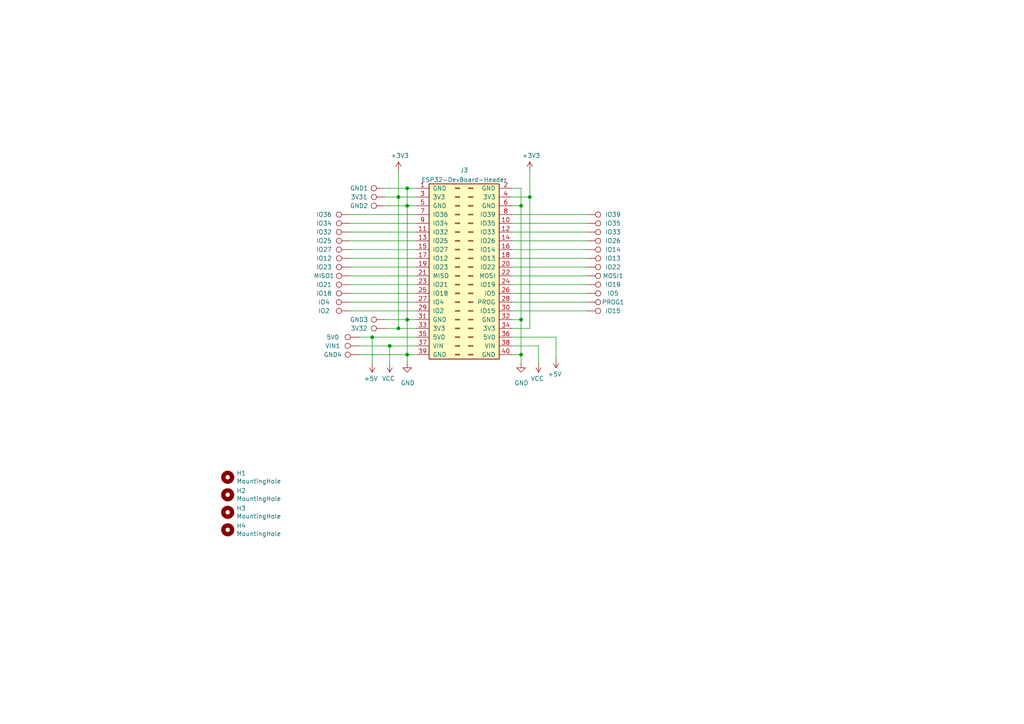
<source format=kicad_sch>
(kicad_sch (version 20211123) (generator eeschema)

  (uuid 7c04618d-9115-4179-b234-a8faf854ea92)

  (paper "A4")

  (lib_symbols
    (symbol "Connector:TestPoint" (pin_numbers hide) (pin_names (offset 0.762) hide) (in_bom yes) (on_board yes)
      (property "Reference" "TP" (id 0) (at 0 6.858 0)
        (effects (font (size 1.27 1.27)))
      )
      (property "Value" "TestPoint" (id 1) (at 0 5.08 0)
        (effects (font (size 1.27 1.27)))
      )
      (property "Footprint" "TestPoint:TestPoint_Bridge_Pitch2.54mm_Drill1.0mm" (id 2) (at 5.08 0 0)
        (effects (font (size 1.27 1.27)) hide)
      )
      (property "Datasheet" "~" (id 3) (at 5.08 0 0)
        (effects (font (size 1.27 1.27)) hide)
      )
      (property "ki_keywords" "test point tp" (id 4) (at 0 0 0)
        (effects (font (size 1.27 1.27)) hide)
      )
      (property "ki_description" "test point" (id 5) (at 0 0 0)
        (effects (font (size 1.27 1.27)) hide)
      )
      (property "ki_fp_filters" "Pin* Test*" (id 6) (at 0 0 0)
        (effects (font (size 1.27 1.27)) hide)
      )
      (symbol "TestPoint_0_1"
        (circle (center 0 3.302) (radius 0.762)
          (stroke (width 0) (type default) (color 0 0 0 0))
          (fill (type none))
        )
      )
      (symbol "TestPoint_1_1"
        (pin passive line (at 0 0 90) (length 2.54)
          (name "1" (effects (font (size 1.27 1.27))))
          (number "1" (effects (font (size 1.27 1.27))))
        )
      )
    )
    (symbol "Mechanical:MountingHole" (pin_names (offset 1.016)) (in_bom yes) (on_board yes)
      (property "Reference" "H" (id 0) (at 0 5.08 0)
        (effects (font (size 1.27 1.27)))
      )
      (property "Value" "MountingHole" (id 1) (at 0 3.175 0)
        (effects (font (size 1.27 1.27)))
      )
      (property "Footprint" "TestPoint:TestPoint_Bridge_Pitch2.54mm_Drill1.0mm" (id 2) (at 0 0 0)
        (effects (font (size 1.27 1.27)) hide)
      )
      (property "Datasheet" "~" (id 3) (at 0 0 0)
        (effects (font (size 1.27 1.27)) hide)
      )
      (property "ki_keywords" "mounting hole" (id 4) (at 0 0 0)
        (effects (font (size 1.27 1.27)) hide)
      )
      (property "ki_description" "Mounting Hole without connection" (id 5) (at 0 0 0)
        (effects (font (size 1.27 1.27)) hide)
      )
      (property "ki_fp_filters" "MountingHole*" (id 6) (at 0 0 0)
        (effects (font (size 1.27 1.27)) hide)
      )
      (symbol "MountingHole_0_1"
        (circle (center 0 0) (radius 1.27)
          (stroke (width 1.27) (type default) (color 0 0 0 0))
          (fill (type none))
        )
      )
    )
    (symbol "connectors:ESP32-DevBoard-Header" (pin_names (offset 1.016)) (in_bom yes) (on_board yes)
      (property "Reference" "J" (id 0) (at 1.27 25.4 0)
        (effects (font (size 1.27 1.27)))
      )
      (property "Value" "ESP32-DevBoard-Header" (id 1) (at 1.27 -27.94 0)
        (effects (font (size 1.27 1.27)))
      )
      (property "Footprint" "TestPoint:TestPoint_Bridge_Pitch2.54mm_Drill1.0mm" (id 2) (at 0 0 0)
        (effects (font (size 1.27 1.27)) hide)
      )
      (property "Datasheet" "~" (id 3) (at 0 0 0)
        (effects (font (size 1.27 1.27)) hide)
      )
      (property "ki_keywords" "connector" (id 4) (at 0 0 0)
        (effects (font (size 1.27 1.27)) hide)
      )
      (property "ki_description" "2 x 20 header for ESP32 DevBoard" (id 5) (at 0 0 0)
        (effects (font (size 1.27 1.27)) hide)
      )
      (property "ki_fp_filters" "Connector*:*_2x??_*" (id 6) (at 0 0 0)
        (effects (font (size 1.27 1.27)) hide)
      )
      (symbol "ESP32-DevBoard-Header_1_1"
        (rectangle (start -8.89 24.13) (end 11.43 -26.67)
          (stroke (width 0.254) (type default) (color 0 0 0 0))
          (fill (type background))
        )
        (rectangle (start -1.27 -25.273) (end 0 -25.527)
          (stroke (width 0.1524) (type default) (color 0 0 0 0))
          (fill (type none))
        )
        (rectangle (start -1.27 -22.733) (end 0 -22.987)
          (stroke (width 0.1524) (type default) (color 0 0 0 0))
          (fill (type none))
        )
        (rectangle (start -1.27 -20.193) (end 0 -20.447)
          (stroke (width 0.1524) (type default) (color 0 0 0 0))
          (fill (type none))
        )
        (rectangle (start -1.27 -17.653) (end 0 -17.907)
          (stroke (width 0.1524) (type default) (color 0 0 0 0))
          (fill (type none))
        )
        (rectangle (start -1.27 -15.113) (end 0 -15.367)
          (stroke (width 0.1524) (type default) (color 0 0 0 0))
          (fill (type none))
        )
        (rectangle (start -1.27 -12.573) (end 0 -12.827)
          (stroke (width 0.1524) (type default) (color 0 0 0 0))
          (fill (type none))
        )
        (rectangle (start -1.27 -10.033) (end 0 -10.287)
          (stroke (width 0.1524) (type default) (color 0 0 0 0))
          (fill (type none))
        )
        (rectangle (start -1.27 -7.493) (end 0 -7.747)
          (stroke (width 0.1524) (type default) (color 0 0 0 0))
          (fill (type none))
        )
        (rectangle (start -1.27 -4.953) (end 0 -5.207)
          (stroke (width 0.1524) (type default) (color 0 0 0 0))
          (fill (type none))
        )
        (rectangle (start -1.27 -2.413) (end 0 -2.667)
          (stroke (width 0.1524) (type default) (color 0 0 0 0))
          (fill (type none))
        )
        (rectangle (start -1.27 0.127) (end 0 -0.127)
          (stroke (width 0.1524) (type default) (color 0 0 0 0))
          (fill (type none))
        )
        (rectangle (start -1.27 2.667) (end 0 2.413)
          (stroke (width 0.1524) (type default) (color 0 0 0 0))
          (fill (type none))
        )
        (rectangle (start -1.27 5.207) (end 0 4.953)
          (stroke (width 0.1524) (type default) (color 0 0 0 0))
          (fill (type none))
        )
        (rectangle (start -1.27 7.747) (end 0 7.493)
          (stroke (width 0.1524) (type default) (color 0 0 0 0))
          (fill (type none))
        )
        (rectangle (start -1.27 10.287) (end 0 10.033)
          (stroke (width 0.1524) (type default) (color 0 0 0 0))
          (fill (type none))
        )
        (rectangle (start -1.27 12.827) (end 0 12.573)
          (stroke (width 0.1524) (type default) (color 0 0 0 0))
          (fill (type none))
        )
        (rectangle (start -1.27 15.367) (end 0 15.113)
          (stroke (width 0.1524) (type default) (color 0 0 0 0))
          (fill (type none))
        )
        (rectangle (start -1.27 17.907) (end 0 17.653)
          (stroke (width 0.1524) (type default) (color 0 0 0 0))
          (fill (type none))
        )
        (rectangle (start -1.27 20.447) (end 0 20.193)
          (stroke (width 0.1524) (type default) (color 0 0 0 0))
          (fill (type none))
        )
        (rectangle (start -1.27 22.987) (end 0 22.733)
          (stroke (width 0.1524) (type default) (color 0 0 0 0))
          (fill (type none))
        )
        (rectangle (start 3.81 -25.273) (end 2.54 -25.527)
          (stroke (width 0.1524) (type default) (color 0 0 0 0))
          (fill (type none))
        )
        (rectangle (start 3.81 -22.733) (end 2.54 -22.987)
          (stroke (width 0.1524) (type default) (color 0 0 0 0))
          (fill (type none))
        )
        (rectangle (start 3.81 -20.193) (end 2.54 -20.447)
          (stroke (width 0.1524) (type default) (color 0 0 0 0))
          (fill (type none))
        )
        (rectangle (start 3.81 -17.653) (end 2.54 -17.907)
          (stroke (width 0.1524) (type default) (color 0 0 0 0))
          (fill (type none))
        )
        (rectangle (start 3.81 -15.113) (end 2.54 -15.367)
          (stroke (width 0.1524) (type default) (color 0 0 0 0))
          (fill (type none))
        )
        (rectangle (start 3.81 -12.573) (end 2.54 -12.827)
          (stroke (width 0.1524) (type default) (color 0 0 0 0))
          (fill (type none))
        )
        (rectangle (start 3.81 -10.033) (end 2.54 -10.287)
          (stroke (width 0.1524) (type default) (color 0 0 0 0))
          (fill (type none))
        )
        (rectangle (start 3.81 -7.493) (end 2.54 -7.747)
          (stroke (width 0.1524) (type default) (color 0 0 0 0))
          (fill (type none))
        )
        (rectangle (start 3.81 -4.953) (end 2.54 -5.207)
          (stroke (width 0.1524) (type default) (color 0 0 0 0))
          (fill (type none))
        )
        (rectangle (start 3.81 -2.413) (end 2.54 -2.667)
          (stroke (width 0.1524) (type default) (color 0 0 0 0))
          (fill (type none))
        )
        (rectangle (start 3.81 0.127) (end 2.54 -0.127)
          (stroke (width 0.1524) (type default) (color 0 0 0 0))
          (fill (type none))
        )
        (rectangle (start 3.81 2.667) (end 2.54 2.413)
          (stroke (width 0.1524) (type default) (color 0 0 0 0))
          (fill (type none))
        )
        (rectangle (start 3.81 5.207) (end 2.54 4.953)
          (stroke (width 0.1524) (type default) (color 0 0 0 0))
          (fill (type none))
        )
        (rectangle (start 3.81 7.747) (end 2.54 7.493)
          (stroke (width 0.1524) (type default) (color 0 0 0 0))
          (fill (type none))
        )
        (rectangle (start 3.81 10.287) (end 2.54 10.033)
          (stroke (width 0.1524) (type default) (color 0 0 0 0))
          (fill (type none))
        )
        (rectangle (start 3.81 12.827) (end 2.54 12.573)
          (stroke (width 0.1524) (type default) (color 0 0 0 0))
          (fill (type none))
        )
        (rectangle (start 3.81 15.367) (end 2.54 15.113)
          (stroke (width 0.1524) (type default) (color 0 0 0 0))
          (fill (type none))
        )
        (rectangle (start 3.81 17.907) (end 2.54 17.653)
          (stroke (width 0.1524) (type default) (color 0 0 0 0))
          (fill (type none))
        )
        (rectangle (start 3.81 20.447) (end 2.54 20.193)
          (stroke (width 0.1524) (type default) (color 0 0 0 0))
          (fill (type none))
        )
        (rectangle (start 3.81 22.987) (end 2.54 22.733)
          (stroke (width 0.1524) (type default) (color 0 0 0 0))
          (fill (type none))
        )
        (pin passive line (at -12.7 22.86 0) (length 3.81)
          (name "GND" (effects (font (size 1.27 1.27))))
          (number "1" (effects (font (size 1.27 1.27))))
        )
        (pin passive line (at 15.24 12.7 180) (length 3.81)
          (name "IO35" (effects (font (size 1.27 1.27))))
          (number "10" (effects (font (size 1.27 1.27))))
        )
        (pin passive line (at -12.7 10.16 0) (length 3.81)
          (name "IO32" (effects (font (size 1.27 1.27))))
          (number "11" (effects (font (size 1.27 1.27))))
        )
        (pin passive line (at 15.24 10.16 180) (length 3.81)
          (name "IO33" (effects (font (size 1.27 1.27))))
          (number "12" (effects (font (size 1.27 1.27))))
        )
        (pin passive line (at -12.7 7.62 0) (length 3.81)
          (name "IO25" (effects (font (size 1.27 1.27))))
          (number "13" (effects (font (size 1.27 1.27))))
        )
        (pin passive line (at 15.24 7.62 180) (length 3.81)
          (name "IO26" (effects (font (size 1.27 1.27))))
          (number "14" (effects (font (size 1.27 1.27))))
        )
        (pin passive line (at -12.7 5.08 0) (length 3.81)
          (name "IO27" (effects (font (size 1.27 1.27))))
          (number "15" (effects (font (size 1.27 1.27))))
        )
        (pin passive line (at 15.24 5.08 180) (length 3.81)
          (name "IO14" (effects (font (size 1.27 1.27))))
          (number "16" (effects (font (size 1.27 1.27))))
        )
        (pin passive line (at -12.7 2.54 0) (length 3.81)
          (name "IO12" (effects (font (size 1.27 1.27))))
          (number "17" (effects (font (size 1.27 1.27))))
        )
        (pin passive line (at 15.24 2.54 180) (length 3.81)
          (name "IO13" (effects (font (size 1.27 1.27))))
          (number "18" (effects (font (size 1.27 1.27))))
        )
        (pin passive line (at -12.7 0 0) (length 3.81)
          (name "IO23" (effects (font (size 1.27 1.27))))
          (number "19" (effects (font (size 1.27 1.27))))
        )
        (pin passive line (at 15.24 22.86 180) (length 3.81)
          (name "GND" (effects (font (size 1.27 1.27))))
          (number "2" (effects (font (size 1.27 1.27))))
        )
        (pin passive line (at 15.24 0 180) (length 3.81)
          (name "IO22" (effects (font (size 1.27 1.27))))
          (number "20" (effects (font (size 1.27 1.27))))
        )
        (pin passive line (at -12.7 -2.54 0) (length 3.81)
          (name "MISO" (effects (font (size 1.27 1.27))))
          (number "21" (effects (font (size 1.27 1.27))))
        )
        (pin passive line (at 15.24 -2.54 180) (length 3.81)
          (name "MOSI" (effects (font (size 1.27 1.27))))
          (number "22" (effects (font (size 1.27 1.27))))
        )
        (pin passive line (at -12.7 -5.08 0) (length 3.81)
          (name "IO21" (effects (font (size 1.27 1.27))))
          (number "23" (effects (font (size 1.27 1.27))))
        )
        (pin passive line (at 15.24 -5.08 180) (length 3.81)
          (name "IO19" (effects (font (size 1.27 1.27))))
          (number "24" (effects (font (size 1.27 1.27))))
        )
        (pin passive line (at -12.7 -7.62 0) (length 3.81)
          (name "IO18" (effects (font (size 1.27 1.27))))
          (number "25" (effects (font (size 1.27 1.27))))
        )
        (pin passive line (at 15.24 -7.62 180) (length 3.81)
          (name "IO5" (effects (font (size 1.27 1.27))))
          (number "26" (effects (font (size 1.27 1.27))))
        )
        (pin passive line (at -12.7 -10.16 0) (length 3.81)
          (name "IO4" (effects (font (size 1.27 1.27))))
          (number "27" (effects (font (size 1.27 1.27))))
        )
        (pin passive line (at 15.24 -10.16 180) (length 3.81)
          (name "PROG" (effects (font (size 1.27 1.27))))
          (number "28" (effects (font (size 1.27 1.27))))
        )
        (pin passive line (at -12.7 -12.7 0) (length 3.81)
          (name "IO2" (effects (font (size 1.27 1.27))))
          (number "29" (effects (font (size 1.27 1.27))))
        )
        (pin passive line (at -12.7 20.32 0) (length 3.81)
          (name "3V3" (effects (font (size 1.27 1.27))))
          (number "3" (effects (font (size 1.27 1.27))))
        )
        (pin passive line (at 15.24 -12.7 180) (length 3.81)
          (name "IO15" (effects (font (size 1.27 1.27))))
          (number "30" (effects (font (size 1.27 1.27))))
        )
        (pin passive line (at -12.7 -15.24 0) (length 3.81)
          (name "GND" (effects (font (size 1.27 1.27))))
          (number "31" (effects (font (size 1.27 1.27))))
        )
        (pin passive line (at 15.24 -15.24 180) (length 3.81)
          (name "GND" (effects (font (size 1.27 1.27))))
          (number "32" (effects (font (size 1.27 1.27))))
        )
        (pin passive line (at -12.7 -17.78 0) (length 3.81)
          (name "3V3" (effects (font (size 1.27 1.27))))
          (number "33" (effects (font (size 1.27 1.27))))
        )
        (pin passive line (at 15.24 -17.78 180) (length 3.81)
          (name "3V3" (effects (font (size 1.27 1.27))))
          (number "34" (effects (font (size 1.27 1.27))))
        )
        (pin passive line (at -12.7 -20.32 0) (length 3.81)
          (name "5V0" (effects (font (size 1.27 1.27))))
          (number "35" (effects (font (size 1.27 1.27))))
        )
        (pin passive line (at 15.24 -20.32 180) (length 3.81)
          (name "5V0" (effects (font (size 1.27 1.27))))
          (number "36" (effects (font (size 1.27 1.27))))
        )
        (pin passive line (at -12.7 -22.86 0) (length 3.81)
          (name "VIN" (effects (font (size 1.27 1.27))))
          (number "37" (effects (font (size 1.27 1.27))))
        )
        (pin passive line (at 15.24 -22.86 180) (length 3.81)
          (name "VIN" (effects (font (size 1.27 1.27))))
          (number "38" (effects (font (size 1.27 1.27))))
        )
        (pin passive line (at -12.7 -25.4 0) (length 3.81)
          (name "GND" (effects (font (size 1.27 1.27))))
          (number "39" (effects (font (size 1.27 1.27))))
        )
        (pin passive line (at 15.24 20.32 180) (length 3.81)
          (name "3V3" (effects (font (size 1.27 1.27))))
          (number "4" (effects (font (size 1.27 1.27))))
        )
        (pin passive line (at 15.24 -25.4 180) (length 3.81)
          (name "GND" (effects (font (size 1.27 1.27))))
          (number "40" (effects (font (size 1.27 1.27))))
        )
        (pin passive line (at -12.7 17.78 0) (length 3.81)
          (name "GND" (effects (font (size 1.27 1.27))))
          (number "5" (effects (font (size 1.27 1.27))))
        )
        (pin passive line (at 15.24 17.78 180) (length 3.81)
          (name "GND" (effects (font (size 1.27 1.27))))
          (number "6" (effects (font (size 1.27 1.27))))
        )
        (pin passive line (at -12.7 15.24 0) (length 3.81)
          (name "IO36" (effects (font (size 1.27 1.27))))
          (number "7" (effects (font (size 1.27 1.27))))
        )
        (pin passive line (at 15.24 15.24 180) (length 3.81)
          (name "IO39" (effects (font (size 1.27 1.27))))
          (number "8" (effects (font (size 1.27 1.27))))
        )
        (pin passive line (at -12.7 12.7 0) (length 3.81)
          (name "IO34" (effects (font (size 1.27 1.27))))
          (number "9" (effects (font (size 1.27 1.27))))
        )
      )
    )
    (symbol "power:+3V3" (power) (pin_names (offset 0)) (in_bom yes) (on_board yes)
      (property "Reference" "#PWR" (id 0) (at 0 -3.81 0)
        (effects (font (size 1.27 1.27)) hide)
      )
      (property "Value" "+3V3" (id 1) (at 0 3.556 0)
        (effects (font (size 1.27 1.27)))
      )
      (property "Footprint" "TestPoint:TestPoint_Bridge_Pitch2.54mm_Drill1.0mm" (id 2) (at 0 0 0)
        (effects (font (size 1.27 1.27)) hide)
      )
      (property "Datasheet" "" (id 3) (at 0 0 0)
        (effects (font (size 1.27 1.27)) hide)
      )
      (property "ki_keywords" "power-flag" (id 4) (at 0 0 0)
        (effects (font (size 1.27 1.27)) hide)
      )
      (property "ki_description" "Power symbol creates a global label with name \"+3V3\"" (id 5) (at 0 0 0)
        (effects (font (size 1.27 1.27)) hide)
      )
      (symbol "+3V3_0_1"
        (polyline
          (pts
            (xy -0.762 1.27)
            (xy 0 2.54)
          )
          (stroke (width 0) (type default) (color 0 0 0 0))
          (fill (type none))
        )
        (polyline
          (pts
            (xy 0 0)
            (xy 0 2.54)
          )
          (stroke (width 0) (type default) (color 0 0 0 0))
          (fill (type none))
        )
        (polyline
          (pts
            (xy 0 2.54)
            (xy 0.762 1.27)
          )
          (stroke (width 0) (type default) (color 0 0 0 0))
          (fill (type none))
        )
      )
      (symbol "+3V3_1_1"
        (pin power_in line (at 0 0 90) (length 0) hide
          (name "+3V3" (effects (font (size 1.27 1.27))))
          (number "1" (effects (font (size 1.27 1.27))))
        )
      )
    )
    (symbol "power:+5V" (power) (pin_names (offset 0)) (in_bom yes) (on_board yes)
      (property "Reference" "#PWR" (id 0) (at 0 -3.81 0)
        (effects (font (size 1.27 1.27)) hide)
      )
      (property "Value" "+5V" (id 1) (at 0 3.556 0)
        (effects (font (size 1.27 1.27)))
      )
      (property "Footprint" "TestPoint:TestPoint_Bridge_Pitch2.54mm_Drill1.0mm" (id 2) (at 0 0 0)
        (effects (font (size 1.27 1.27)) hide)
      )
      (property "Datasheet" "" (id 3) (at 0 0 0)
        (effects (font (size 1.27 1.27)) hide)
      )
      (property "ki_keywords" "power-flag" (id 4) (at 0 0 0)
        (effects (font (size 1.27 1.27)) hide)
      )
      (property "ki_description" "Power symbol creates a global label with name \"+5V\"" (id 5) (at 0 0 0)
        (effects (font (size 1.27 1.27)) hide)
      )
      (symbol "+5V_0_1"
        (polyline
          (pts
            (xy -0.762 1.27)
            (xy 0 2.54)
          )
          (stroke (width 0) (type default) (color 0 0 0 0))
          (fill (type none))
        )
        (polyline
          (pts
            (xy 0 0)
            (xy 0 2.54)
          )
          (stroke (width 0) (type default) (color 0 0 0 0))
          (fill (type none))
        )
        (polyline
          (pts
            (xy 0 2.54)
            (xy 0.762 1.27)
          )
          (stroke (width 0) (type default) (color 0 0 0 0))
          (fill (type none))
        )
      )
      (symbol "+5V_1_1"
        (pin power_in line (at 0 0 90) (length 0) hide
          (name "+5V" (effects (font (size 1.27 1.27))))
          (number "1" (effects (font (size 1.27 1.27))))
        )
      )
    )
    (symbol "power:GND" (power) (pin_names (offset 0)) (in_bom yes) (on_board yes)
      (property "Reference" "#PWR" (id 0) (at 0 -6.35 0)
        (effects (font (size 1.27 1.27)) hide)
      )
      (property "Value" "GND" (id 1) (at 0 -3.81 0)
        (effects (font (size 1.27 1.27)))
      )
      (property "Footprint" "TestPoint:TestPoint_Bridge_Pitch2.54mm_Drill1.0mm" (id 2) (at 0 0 0)
        (effects (font (size 1.27 1.27)) hide)
      )
      (property "Datasheet" "" (id 3) (at 0 0 0)
        (effects (font (size 1.27 1.27)) hide)
      )
      (property "ki_keywords" "power-flag" (id 4) (at 0 0 0)
        (effects (font (size 1.27 1.27)) hide)
      )
      (property "ki_description" "Power symbol creates a global label with name \"GND\" , ground" (id 5) (at 0 0 0)
        (effects (font (size 1.27 1.27)) hide)
      )
      (symbol "GND_0_1"
        (polyline
          (pts
            (xy 0 0)
            (xy 0 -1.27)
            (xy 1.27 -1.27)
            (xy 0 -2.54)
            (xy -1.27 -1.27)
            (xy 0 -1.27)
          )
          (stroke (width 0) (type default) (color 0 0 0 0))
          (fill (type none))
        )
      )
      (symbol "GND_1_1"
        (pin power_in line (at 0 0 270) (length 0) hide
          (name "GND" (effects (font (size 1.27 1.27))))
          (number "1" (effects (font (size 1.27 1.27))))
        )
      )
    )
    (symbol "power:VCC" (power) (pin_names (offset 0)) (in_bom yes) (on_board yes)
      (property "Reference" "#PWR" (id 0) (at 0 -3.81 0)
        (effects (font (size 1.27 1.27)) hide)
      )
      (property "Value" "VCC" (id 1) (at 0 3.81 0)
        (effects (font (size 1.27 1.27)))
      )
      (property "Footprint" "TestPoint:TestPoint_Bridge_Pitch2.54mm_Drill1.0mm" (id 2) (at 0 0 0)
        (effects (font (size 1.27 1.27)) hide)
      )
      (property "Datasheet" "" (id 3) (at 0 0 0)
        (effects (font (size 1.27 1.27)) hide)
      )
      (property "ki_keywords" "power-flag" (id 4) (at 0 0 0)
        (effects (font (size 1.27 1.27)) hide)
      )
      (property "ki_description" "Power symbol creates a global label with name \"VCC\"" (id 5) (at 0 0 0)
        (effects (font (size 1.27 1.27)) hide)
      )
      (symbol "VCC_0_1"
        (polyline
          (pts
            (xy -0.762 1.27)
            (xy 0 2.54)
          )
          (stroke (width 0) (type default) (color 0 0 0 0))
          (fill (type none))
        )
        (polyline
          (pts
            (xy 0 0)
            (xy 0 2.54)
          )
          (stroke (width 0) (type default) (color 0 0 0 0))
          (fill (type none))
        )
        (polyline
          (pts
            (xy 0 2.54)
            (xy 0.762 1.27)
          )
          (stroke (width 0) (type default) (color 0 0 0 0))
          (fill (type none))
        )
      )
      (symbol "VCC_1_1"
        (pin power_in line (at 0 0 90) (length 0) hide
          (name "VCC" (effects (font (size 1.27 1.27))))
          (number "1" (effects (font (size 1.27 1.27))))
        )
      )
    )
  )

  (junction (at 118.11 54.61) (diameter 0) (color 0 0 0 0)
    (uuid 046252fd-f5f6-4436-b8b5-507113b5e273)
  )
  (junction (at 151.13 92.71) (diameter 0) (color 0 0 0 0)
    (uuid 3746606f-d0cd-4488-b081-cb1e5c515ff5)
  )
  (junction (at 107.95 97.79) (diameter 0) (color 0 0 0 0)
    (uuid 45a5de40-dd39-4aed-857a-ea8f47e7ac03)
  )
  (junction (at 151.13 59.69) (diameter 0) (color 0 0 0 0)
    (uuid 57794434-4efc-4cd7-b193-4fca3882534f)
  )
  (junction (at 118.11 102.87) (diameter 0) (color 0 0 0 0)
    (uuid 5c5d5ecd-6901-4a54-aeed-8c2ae07fba8d)
  )
  (junction (at 115.57 95.25) (diameter 0) (color 0 0 0 0)
    (uuid 71bddce8-0403-4d76-affe-cddde66fb3fe)
  )
  (junction (at 115.57 57.15) (diameter 0) (color 0 0 0 0)
    (uuid 8f8d9176-dd3b-4664-838b-34d44291c489)
  )
  (junction (at 153.67 57.15) (diameter 0) (color 0 0 0 0)
    (uuid aad9fdc1-9917-49d4-bda5-0531019b888a)
  )
  (junction (at 118.11 59.69) (diameter 0) (color 0 0 0 0)
    (uuid bb5ccb9d-603b-4546-a6d8-7628b940240e)
  )
  (junction (at 113.03 100.33) (diameter 0) (color 0 0 0 0)
    (uuid d68ad073-665a-48ca-966d-9ed08563956d)
  )
  (junction (at 118.11 92.71) (diameter 0) (color 0 0 0 0)
    (uuid db363e95-9c73-4bb6-b518-181e670b17ef)
  )
  (junction (at 151.13 102.87) (diameter 0) (color 0 0 0 0)
    (uuid e52b0ea6-7229-435a-90a3-f8c0ff9824f7)
  )

  (wire (pts (xy 101.6 87.63) (xy 120.65 87.63))
    (stroke (width 0) (type default) (color 0 0 0 0))
    (uuid 00528fc8-5537-4426-b372-6ccd4c477b7a)
  )
  (wire (pts (xy 153.67 57.15) (xy 153.67 95.25))
    (stroke (width 0) (type default) (color 0 0 0 0))
    (uuid 0089bbbe-e6b8-4b86-b8df-b6aece97815a)
  )
  (wire (pts (xy 115.57 57.15) (xy 115.57 95.25))
    (stroke (width 0) (type default) (color 0 0 0 0))
    (uuid 07711fe5-c02d-475c-890c-5246819c93e3)
  )
  (wire (pts (xy 151.13 102.87) (xy 148.59 102.87))
    (stroke (width 0) (type default) (color 0 0 0 0))
    (uuid 0e4f6051-fe1f-4f10-a25d-ddfb2bb373ac)
  )
  (wire (pts (xy 151.13 105.41) (xy 151.13 102.87))
    (stroke (width 0) (type default) (color 0 0 0 0))
    (uuid 0e5b9cb7-4117-4f0e-a17d-8a0caa490fa6)
  )
  (wire (pts (xy 118.11 92.71) (xy 118.11 102.87))
    (stroke (width 0) (type default) (color 0 0 0 0))
    (uuid 16a2b067-bd40-4223-91fa-980a256e0a9d)
  )
  (wire (pts (xy 148.59 62.23) (xy 170.18 62.23))
    (stroke (width 0) (type default) (color 0 0 0 0))
    (uuid 1c44114f-4fcf-4230-859d-66acab8b908a)
  )
  (wire (pts (xy 111.76 57.15) (xy 115.57 57.15))
    (stroke (width 0) (type default) (color 0 0 0 0))
    (uuid 2728fb3a-0490-47ac-a462-1794668de437)
  )
  (wire (pts (xy 151.13 92.71) (xy 151.13 102.87))
    (stroke (width 0) (type default) (color 0 0 0 0))
    (uuid 3205158a-f8fe-4edc-8441-a34b12f0f478)
  )
  (wire (pts (xy 101.6 72.39) (xy 120.65 72.39))
    (stroke (width 0) (type default) (color 0 0 0 0))
    (uuid 347b4b4d-07da-4908-9fc2-08dd19a102b5)
  )
  (wire (pts (xy 111.76 59.69) (xy 118.11 59.69))
    (stroke (width 0) (type default) (color 0 0 0 0))
    (uuid 3a4df984-d3ba-47ec-9f16-6f4c70b478d7)
  )
  (wire (pts (xy 148.59 54.61) (xy 151.13 54.61))
    (stroke (width 0) (type default) (color 0 0 0 0))
    (uuid 3c501837-4d63-4a54-bf71-f94fd6c3f80b)
  )
  (wire (pts (xy 107.95 97.79) (xy 107.95 105.41))
    (stroke (width 0) (type default) (color 0 0 0 0))
    (uuid 3fdea5a2-f243-44a1-b9dd-3b1649fc8ce1)
  )
  (wire (pts (xy 148.59 77.47) (xy 170.18 77.47))
    (stroke (width 0) (type default) (color 0 0 0 0))
    (uuid 45ec07fe-e92a-4be9-ab39-d16156ec3708)
  )
  (wire (pts (xy 151.13 59.69) (xy 151.13 92.71))
    (stroke (width 0) (type default) (color 0 0 0 0))
    (uuid 4aa18ab7-77a9-4cce-b68e-f85533927224)
  )
  (wire (pts (xy 148.59 69.85) (xy 170.18 69.85))
    (stroke (width 0) (type default) (color 0 0 0 0))
    (uuid 4bef8950-ecbe-4807-b2e4-b51f2106e2f9)
  )
  (wire (pts (xy 148.59 82.55) (xy 170.18 82.55))
    (stroke (width 0) (type default) (color 0 0 0 0))
    (uuid 4c2b099a-6eb5-4cd7-8683-dfcba8846b3e)
  )
  (wire (pts (xy 118.11 59.69) (xy 118.11 92.71))
    (stroke (width 0) (type default) (color 0 0 0 0))
    (uuid 4cd2cebd-f61e-462e-9bda-070561d89054)
  )
  (wire (pts (xy 107.95 97.79) (xy 120.65 97.79))
    (stroke (width 0) (type default) (color 0 0 0 0))
    (uuid 4e77a002-72e5-4c84-b3e6-a0318dc48ad8)
  )
  (wire (pts (xy 118.11 59.69) (xy 120.65 59.69))
    (stroke (width 0) (type default) (color 0 0 0 0))
    (uuid 4f24e42f-dd2f-4d59-b46b-f9f2780ed857)
  )
  (wire (pts (xy 153.67 49.53) (xy 153.67 57.15))
    (stroke (width 0) (type default) (color 0 0 0 0))
    (uuid 53c941ab-1797-442e-b281-8927afcac6bc)
  )
  (wire (pts (xy 101.6 74.93) (xy 120.65 74.93))
    (stroke (width 0) (type default) (color 0 0 0 0))
    (uuid 56eb438b-814e-4d20-9279-a7122c6f64e7)
  )
  (wire (pts (xy 115.57 57.15) (xy 120.65 57.15))
    (stroke (width 0) (type default) (color 0 0 0 0))
    (uuid 5a65eb5b-b8be-4b3a-97ae-07e401532b1b)
  )
  (wire (pts (xy 148.59 64.77) (xy 170.18 64.77))
    (stroke (width 0) (type default) (color 0 0 0 0))
    (uuid 6883b282-ded1-4382-9a0b-d55d8723b73b)
  )
  (wire (pts (xy 104.14 97.79) (xy 107.95 97.79))
    (stroke (width 0) (type default) (color 0 0 0 0))
    (uuid 69db6648-7e10-4397-9a62-7250c4af6405)
  )
  (wire (pts (xy 101.6 67.31) (xy 120.65 67.31))
    (stroke (width 0) (type default) (color 0 0 0 0))
    (uuid 6b356f64-0db1-4ef1-bd8b-5a9260b3516e)
  )
  (wire (pts (xy 111.76 92.71) (xy 118.11 92.71))
    (stroke (width 0) (type default) (color 0 0 0 0))
    (uuid 6b7eaaa7-620b-4aec-bba9-aa3c58c395b8)
  )
  (wire (pts (xy 161.29 97.79) (xy 161.29 104.14))
    (stroke (width 0) (type default) (color 0 0 0 0))
    (uuid 6d6f2770-f718-4975-9328-07118d0e8d6e)
  )
  (wire (pts (xy 151.13 59.69) (xy 148.59 59.69))
    (stroke (width 0) (type default) (color 0 0 0 0))
    (uuid 74df9b58-3eec-44a7-aa01-3a5524af74b6)
  )
  (wire (pts (xy 161.29 97.79) (xy 148.59 97.79))
    (stroke (width 0) (type default) (color 0 0 0 0))
    (uuid 812aa195-e29f-47a7-b46f-47cf3a1ca70c)
  )
  (wire (pts (xy 101.6 80.01) (xy 120.65 80.01))
    (stroke (width 0) (type default) (color 0 0 0 0))
    (uuid 8130f420-a276-4864-bece-4a3a8c72b47e)
  )
  (wire (pts (xy 104.14 102.87) (xy 118.11 102.87))
    (stroke (width 0) (type default) (color 0 0 0 0))
    (uuid 84bcac4f-e315-4599-a686-7be4e865ceb0)
  )
  (wire (pts (xy 148.59 74.93) (xy 170.18 74.93))
    (stroke (width 0) (type default) (color 0 0 0 0))
    (uuid 8593d3f8-801b-4720-8057-ce3a03bb1e98)
  )
  (wire (pts (xy 113.03 100.33) (xy 120.65 100.33))
    (stroke (width 0) (type default) (color 0 0 0 0))
    (uuid 85f108a3-c093-4b2f-96b6-48f3a532e42d)
  )
  (wire (pts (xy 111.76 54.61) (xy 118.11 54.61))
    (stroke (width 0) (type default) (color 0 0 0 0))
    (uuid 8f0d76d6-805f-433b-ae04-04b89db1c7c7)
  )
  (wire (pts (xy 120.65 54.61) (xy 118.11 54.61))
    (stroke (width 0) (type default) (color 0 0 0 0))
    (uuid 94b525df-fbeb-47e2-9f61-d0be8260347a)
  )
  (wire (pts (xy 104.14 100.33) (xy 113.03 100.33))
    (stroke (width 0) (type default) (color 0 0 0 0))
    (uuid 9a900b38-ed18-4a88-8145-177a8b2190d3)
  )
  (wire (pts (xy 101.6 82.55) (xy 120.65 82.55))
    (stroke (width 0) (type default) (color 0 0 0 0))
    (uuid 9b2cc1f4-b219-4efe-af91-08e66fa51512)
  )
  (wire (pts (xy 111.76 95.25) (xy 115.57 95.25))
    (stroke (width 0) (type default) (color 0 0 0 0))
    (uuid 9cc95539-44f9-418d-a772-77d72a7952fe)
  )
  (wire (pts (xy 101.6 77.47) (xy 120.65 77.47))
    (stroke (width 0) (type default) (color 0 0 0 0))
    (uuid 9e32ec51-3c17-4b50-b946-2f4343bdf3bc)
  )
  (wire (pts (xy 148.59 95.25) (xy 153.67 95.25))
    (stroke (width 0) (type default) (color 0 0 0 0))
    (uuid 9f98ddc5-96f0-4cc2-a8ed-378cfac32415)
  )
  (wire (pts (xy 101.6 62.23) (xy 120.65 62.23))
    (stroke (width 0) (type default) (color 0 0 0 0))
    (uuid a06c6164-121d-4824-a605-31d579ffd013)
  )
  (wire (pts (xy 153.67 57.15) (xy 148.59 57.15))
    (stroke (width 0) (type default) (color 0 0 0 0))
    (uuid a8f428e9-d1f0-404c-9921-02145347c0c7)
  )
  (wire (pts (xy 148.59 67.31) (xy 170.18 67.31))
    (stroke (width 0) (type default) (color 0 0 0 0))
    (uuid af9ae150-cf53-407f-a3f1-d0472d212e97)
  )
  (wire (pts (xy 118.11 102.87) (xy 120.65 102.87))
    (stroke (width 0) (type default) (color 0 0 0 0))
    (uuid b6088e8d-b486-40ac-8e4a-c83af42f56e4)
  )
  (wire (pts (xy 148.59 100.33) (xy 156.21 100.33))
    (stroke (width 0) (type default) (color 0 0 0 0))
    (uuid b6fb91ed-10bb-4706-aade-143f91aea5b8)
  )
  (wire (pts (xy 101.6 69.85) (xy 120.65 69.85))
    (stroke (width 0) (type default) (color 0 0 0 0))
    (uuid b94e1f27-c01c-48bc-b642-7af016eb5771)
  )
  (wire (pts (xy 151.13 54.61) (xy 151.13 59.69))
    (stroke (width 0) (type default) (color 0 0 0 0))
    (uuid c13fd888-ab39-4f1f-a770-9efff5567628)
  )
  (wire (pts (xy 101.6 85.09) (xy 120.65 85.09))
    (stroke (width 0) (type default) (color 0 0 0 0))
    (uuid c2d5646f-65e2-44c1-a651-03f0ec79688d)
  )
  (wire (pts (xy 118.11 54.61) (xy 118.11 59.69))
    (stroke (width 0) (type default) (color 0 0 0 0))
    (uuid c3839004-8bcc-43d6-8e31-aaeb6aa517bd)
  )
  (wire (pts (xy 148.59 90.17) (xy 170.18 90.17))
    (stroke (width 0) (type default) (color 0 0 0 0))
    (uuid c6a25d8d-c869-4945-8b9f-7bdb193100c1)
  )
  (wire (pts (xy 115.57 95.25) (xy 120.65 95.25))
    (stroke (width 0) (type default) (color 0 0 0 0))
    (uuid c7ea861e-7ebe-40b1-9774-caebb10be966)
  )
  (wire (pts (xy 148.59 72.39) (xy 170.18 72.39))
    (stroke (width 0) (type default) (color 0 0 0 0))
    (uuid d1bc9f17-1dde-4548-b632-fb7aabea8aa3)
  )
  (wire (pts (xy 101.6 64.77) (xy 120.65 64.77))
    (stroke (width 0) (type default) (color 0 0 0 0))
    (uuid d5ee0ac0-7383-4e0a-abf7-9df8b0364c6b)
  )
  (wire (pts (xy 120.65 90.17) (xy 101.6 90.17))
    (stroke (width 0) (type default) (color 0 0 0 0))
    (uuid e3ad25a3-0978-4ce6-9e71-850f12b7f368)
  )
  (wire (pts (xy 118.11 105.41) (xy 118.11 102.87))
    (stroke (width 0) (type default) (color 0 0 0 0))
    (uuid ed08cc34-ee3c-4bb7-9c60-0048ef9220f0)
  )
  (wire (pts (xy 113.03 105.41) (xy 113.03 100.33))
    (stroke (width 0) (type default) (color 0 0 0 0))
    (uuid eff17511-db80-4bf2-a5df-08ce5539f064)
  )
  (wire (pts (xy 156.21 105.41) (xy 156.21 100.33))
    (stroke (width 0) (type default) (color 0 0 0 0))
    (uuid f13828b0-22eb-4b34-a1fa-187b37ca416a)
  )
  (wire (pts (xy 148.59 85.09) (xy 170.18 85.09))
    (stroke (width 0) (type default) (color 0 0 0 0))
    (uuid f1459fa2-2eb6-4f9c-a8c6-0c4b655bb252)
  )
  (wire (pts (xy 115.57 49.53) (xy 115.57 57.15))
    (stroke (width 0) (type default) (color 0 0 0 0))
    (uuid f38a4a75-7070-4046-8b8f-a3d9429f8674)
  )
  (wire (pts (xy 148.59 87.63) (xy 170.18 87.63))
    (stroke (width 0) (type default) (color 0 0 0 0))
    (uuid f4014464-3946-4b5c-b68b-cbdcd2dc24b7)
  )
  (wire (pts (xy 148.59 80.01) (xy 170.18 80.01))
    (stroke (width 0) (type default) (color 0 0 0 0))
    (uuid f52b2eb2-4269-4f64-81d2-c70bb0737298)
  )
  (wire (pts (xy 118.11 92.71) (xy 120.65 92.71))
    (stroke (width 0) (type default) (color 0 0 0 0))
    (uuid f5d113aa-08d0-43f2-99e4-cb75107bfa97)
  )
  (wire (pts (xy 148.59 92.71) (xy 151.13 92.71))
    (stroke (width 0) (type default) (color 0 0 0 0))
    (uuid fe6f1e83-22b4-403d-83b2-bb7d87827b66)
  )

  (symbol (lib_id "Mechanical:MountingHole") (at 66.04 138.43 0) (unit 1)
    (in_bom yes) (on_board yes)
    (uuid 00000000-0000-0000-0000-00005f5d8979)
    (property "Reference" "H1" (id 0) (at 68.58 137.2616 0)
      (effects (font (size 1.27 1.27)) (justify left))
    )
    (property "Value" "MountingHole" (id 1) (at 68.58 139.573 0)
      (effects (font (size 1.27 1.27)) (justify left))
    )
    (property "Footprint" "MountingHole:MountingHole_2.5mm_Pad_Via" (id 2) (at 66.04 138.43 0)
      (effects (font (size 1.27 1.27)) hide)
    )
    (property "Datasheet" "~" (id 3) (at 66.04 138.43 0)
      (effects (font (size 1.27 1.27)) hide)
    )
  )

  (symbol (lib_id "Mechanical:MountingHole") (at 66.04 143.51 0) (unit 1)
    (in_bom yes) (on_board yes)
    (uuid 00000000-0000-0000-0000-00005f5da275)
    (property "Reference" "H2" (id 0) (at 68.58 142.3416 0)
      (effects (font (size 1.27 1.27)) (justify left))
    )
    (property "Value" "MountingHole" (id 1) (at 68.58 144.653 0)
      (effects (font (size 1.27 1.27)) (justify left))
    )
    (property "Footprint" "MountingHole:MountingHole_2.5mm_Pad_Via" (id 2) (at 66.04 143.51 0)
      (effects (font (size 1.27 1.27)) hide)
    )
    (property "Datasheet" "~" (id 3) (at 66.04 143.51 0)
      (effects (font (size 1.27 1.27)) hide)
    )
  )

  (symbol (lib_id "Mechanical:MountingHole") (at 66.04 148.59 0) (unit 1)
    (in_bom yes) (on_board yes)
    (uuid 00000000-0000-0000-0000-00005f5da44f)
    (property "Reference" "H3" (id 0) (at 68.58 147.4216 0)
      (effects (font (size 1.27 1.27)) (justify left))
    )
    (property "Value" "MountingHole" (id 1) (at 68.58 149.733 0)
      (effects (font (size 1.27 1.27)) (justify left))
    )
    (property "Footprint" "MountingHole:MountingHole_2.5mm_Pad_Via" (id 2) (at 66.04 148.59 0)
      (effects (font (size 1.27 1.27)) hide)
    )
    (property "Datasheet" "~" (id 3) (at 66.04 148.59 0)
      (effects (font (size 1.27 1.27)) hide)
    )
  )

  (symbol (lib_id "Mechanical:MountingHole") (at 66.04 153.67 0) (unit 1)
    (in_bom yes) (on_board yes)
    (uuid 00000000-0000-0000-0000-00005f5da58c)
    (property "Reference" "H4" (id 0) (at 68.58 152.5016 0)
      (effects (font (size 1.27 1.27)) (justify left))
    )
    (property "Value" "MountingHole" (id 1) (at 68.58 154.813 0)
      (effects (font (size 1.27 1.27)) (justify left))
    )
    (property "Footprint" "MountingHole:MountingHole_2.5mm_Pad_Via" (id 2) (at 66.04 153.67 0)
      (effects (font (size 1.27 1.27)) hide)
    )
    (property "Datasheet" "~" (id 3) (at 66.04 153.67 0)
      (effects (font (size 1.27 1.27)) hide)
    )
  )

  (symbol (lib_id "Connector:TestPoint") (at 170.18 87.63 270) (unit 1)
    (in_bom yes) (on_board yes)
    (uuid 04f95f4a-17d1-440f-a15d-04890a61fc2f)
    (property "Reference" "PROG1" (id 0) (at 177.8 87.63 90))
    (property "Value" "TestPoint" (id 1) (at 173.482 89.4564 90)
      (effects (font (size 1.27 1.27)) hide)
    )
    (property "Footprint" "TestPoint:TestPoint_Bridge_Pitch2.54mm_Drill1.0mm" (id 2) (at 170.18 92.71 0)
      (effects (font (size 1.27 1.27)) hide)
    )
    (property "Datasheet" "~" (id 3) (at 170.18 92.71 0)
      (effects (font (size 1.27 1.27)) hide)
    )
    (pin "1" (uuid f1057476-91b2-4c10-a848-6c5bc2403fb6))
  )

  (symbol (lib_id "Connector:TestPoint") (at 170.18 72.39 270) (unit 1)
    (in_bom yes) (on_board yes)
    (uuid 0f1990f3-1264-4caa-ad9c-c2be62065579)
    (property "Reference" "IO14" (id 0) (at 177.8 72.39 90))
    (property "Value" "TestPoint" (id 1) (at 173.482 74.2164 90)
      (effects (font (size 1.27 1.27)) hide)
    )
    (property "Footprint" "TestPoint:TestPoint_Bridge_Pitch2.54mm_Drill1.0mm" (id 2) (at 170.18 77.47 0)
      (effects (font (size 1.27 1.27)) hide)
    )
    (property "Datasheet" "~" (id 3) (at 170.18 77.47 0)
      (effects (font (size 1.27 1.27)) hide)
    )
    (pin "1" (uuid 1dc13b51-4d54-4710-8878-83bcddb88f14))
  )

  (symbol (lib_id "Connector:TestPoint") (at 170.18 67.31 270) (unit 1)
    (in_bom yes) (on_board yes)
    (uuid 10f0f962-fb7a-4a69-8263-217fd21b0a75)
    (property "Reference" "IO33" (id 0) (at 177.8 67.31 90))
    (property "Value" "TestPoint" (id 1) (at 173.482 69.1364 90)
      (effects (font (size 1.27 1.27)) hide)
    )
    (property "Footprint" "TestPoint:TestPoint_Bridge_Pitch2.54mm_Drill1.0mm" (id 2) (at 170.18 72.39 0)
      (effects (font (size 1.27 1.27)) hide)
    )
    (property "Datasheet" "~" (id 3) (at 170.18 72.39 0)
      (effects (font (size 1.27 1.27)) hide)
    )
    (pin "1" (uuid 88961251-ffd3-4d93-b9f9-6d97e92ce245))
  )

  (symbol (lib_id "Connector:TestPoint") (at 101.6 90.17 90) (unit 1)
    (in_bom yes) (on_board yes)
    (uuid 1a2f43c6-e1cf-4150-a906-5c0c50cd7a11)
    (property "Reference" "IO2" (id 0) (at 93.98 90.17 90))
    (property "Value" "TestPoint" (id 1) (at 98.298 88.3436 90)
      (effects (font (size 1.27 1.27)) hide)
    )
    (property "Footprint" "TestPoint:TestPoint_Bridge_Pitch2.54mm_Drill1.0mm" (id 2) (at 101.6 85.09 0)
      (effects (font (size 1.27 1.27)) hide)
    )
    (property "Datasheet" "~" (id 3) (at 101.6 85.09 0)
      (effects (font (size 1.27 1.27)) hide)
    )
    (pin "1" (uuid 8c7e68f0-f4ba-4cb7-81a9-4b3e2608b9ba))
  )

  (symbol (lib_id "Connector:TestPoint") (at 111.76 57.15 90) (unit 1)
    (in_bom yes) (on_board yes)
    (uuid 270240e0-6634-4622-86ae-49b47b3d9fca)
    (property "Reference" "3V31" (id 0) (at 104.14 57.15 90))
    (property "Value" "TestPoint" (id 1) (at 108.458 55.3236 90)
      (effects (font (size 1.27 1.27)) hide)
    )
    (property "Footprint" "TestPoint:TestPoint_Bridge_Pitch2.54mm_Drill1.0mm" (id 2) (at 111.76 52.07 0)
      (effects (font (size 1.27 1.27)) hide)
    )
    (property "Datasheet" "~" (id 3) (at 111.76 52.07 0)
      (effects (font (size 1.27 1.27)) hide)
    )
    (pin "1" (uuid f8bfbe4d-664a-4bf7-ac8f-3c61c4365f82))
  )

  (symbol (lib_id "Connector:TestPoint") (at 101.6 72.39 90) (unit 1)
    (in_bom yes) (on_board yes)
    (uuid 272859df-c494-431c-b746-71a545c0780a)
    (property "Reference" "IO27" (id 0) (at 93.98 72.39 90))
    (property "Value" "TestPoint" (id 1) (at 98.298 70.5636 90)
      (effects (font (size 1.27 1.27)) hide)
    )
    (property "Footprint" "TestPoint:TestPoint_Bridge_Pitch2.54mm_Drill1.0mm" (id 2) (at 101.6 67.31 0)
      (effects (font (size 1.27 1.27)) hide)
    )
    (property "Datasheet" "~" (id 3) (at 101.6 67.31 0)
      (effects (font (size 1.27 1.27)) hide)
    )
    (pin "1" (uuid 95ab4102-518c-4f41-9ef2-77b6652d4ad3))
  )

  (symbol (lib_id "Connector:TestPoint") (at 111.76 59.69 90) (unit 1)
    (in_bom yes) (on_board yes)
    (uuid 28bcf8fe-f4ed-446b-968d-8bd66697436d)
    (property "Reference" "GND2" (id 0) (at 104.14 59.69 90))
    (property "Value" "TestPoint" (id 1) (at 108.458 57.8636 90)
      (effects (font (size 1.27 1.27)) hide)
    )
    (property "Footprint" "TestPoint:TestPoint_Bridge_Pitch2.54mm_Drill1.0mm" (id 2) (at 111.76 54.61 0)
      (effects (font (size 1.27 1.27)) hide)
    )
    (property "Datasheet" "~" (id 3) (at 111.76 54.61 0)
      (effects (font (size 1.27 1.27)) hide)
    )
    (pin "1" (uuid 0bed1ca1-bce5-4074-bde9-409d617aaae1))
  )

  (symbol (lib_id "Connector:TestPoint") (at 101.6 80.01 90) (unit 1)
    (in_bom yes) (on_board yes)
    (uuid 2e6bdd81-add6-4317-b15e-f94100631c3d)
    (property "Reference" "MISO1" (id 0) (at 93.98 80.01 90))
    (property "Value" "TestPoint" (id 1) (at 98.298 78.1836 90)
      (effects (font (size 1.27 1.27)) hide)
    )
    (property "Footprint" "TestPoint:TestPoint_Bridge_Pitch2.54mm_Drill1.0mm" (id 2) (at 101.6 74.93 0)
      (effects (font (size 1.27 1.27)) hide)
    )
    (property "Datasheet" "~" (id 3) (at 101.6 74.93 0)
      (effects (font (size 1.27 1.27)) hide)
    )
    (pin "1" (uuid f07c40bd-8fdf-4ef1-870e-be91bfd8a6ed))
  )

  (symbol (lib_id "power:+3V3") (at 153.67 49.53 0) (unit 1)
    (in_bom yes) (on_board yes)
    (uuid 319739a9-cb75-46ec-92a4-076e8a6921a2)
    (property "Reference" "#PWR0123" (id 0) (at 153.67 53.34 0)
      (effects (font (size 1.27 1.27)) hide)
    )
    (property "Value" "+3V3" (id 1) (at 154.051 45.1358 0))
    (property "Footprint" "TestPoint:TestPoint_Bridge_Pitch2.54mm_Drill1.0mm" (id 2) (at 153.67 49.53 0)
      (effects (font (size 1.27 1.27)) hide)
    )
    (property "Datasheet" "" (id 3) (at 153.67 49.53 0)
      (effects (font (size 1.27 1.27)) hide)
    )
    (property "LCSC" "C14663" (id 4) (at 153.67 53.34 0)
      (effects (font (size 1.27 1.27)) hide)
    )
    (pin "1" (uuid 923e7c56-8bef-46ac-b8c5-b29d1ecb71fa))
  )

  (symbol (lib_id "Connector:TestPoint") (at 104.14 97.79 90) (unit 1)
    (in_bom yes) (on_board yes)
    (uuid 338c8baa-edeb-409b-a653-1731e0edd783)
    (property "Reference" "5V0" (id 0) (at 96.52 97.79 90))
    (property "Value" "TestPoint" (id 1) (at 100.838 95.9636 90)
      (effects (font (size 1.27 1.27)) hide)
    )
    (property "Footprint" "TestPoint:TestPoint_Bridge_Pitch2.54mm_Drill1.0mm" (id 2) (at 104.14 92.71 0)
      (effects (font (size 1.27 1.27)) hide)
    )
    (property "Datasheet" "~" (id 3) (at 104.14 92.71 0)
      (effects (font (size 1.27 1.27)) hide)
    )
    (pin "1" (uuid b3699668-4a92-43ad-a3ad-8dbcf5bfdf28))
  )

  (symbol (lib_id "Connector:TestPoint") (at 101.6 77.47 90) (unit 1)
    (in_bom yes) (on_board yes)
    (uuid 374227d7-bb1a-428c-863f-85fe70e32988)
    (property "Reference" "IO23" (id 0) (at 93.98 77.47 90))
    (property "Value" "TestPoint" (id 1) (at 98.298 75.6436 90)
      (effects (font (size 1.27 1.27)) hide)
    )
    (property "Footprint" "TestPoint:TestPoint_Bridge_Pitch2.54mm_Drill1.0mm" (id 2) (at 101.6 72.39 0)
      (effects (font (size 1.27 1.27)) hide)
    )
    (property "Datasheet" "~" (id 3) (at 101.6 72.39 0)
      (effects (font (size 1.27 1.27)) hide)
    )
    (pin "1" (uuid 157efad2-cac5-45eb-9838-ce4ad25da64e))
  )

  (symbol (lib_id "Connector:TestPoint") (at 170.18 82.55 270) (unit 1)
    (in_bom yes) (on_board yes)
    (uuid 3d3313ad-6a20-4384-bffd-05005e1b35b6)
    (property "Reference" "IO19" (id 0) (at 177.8 82.55 90))
    (property "Value" "TestPoint" (id 1) (at 173.482 84.3764 90)
      (effects (font (size 1.27 1.27)) hide)
    )
    (property "Footprint" "TestPoint:TestPoint_Bridge_Pitch2.54mm_Drill1.0mm" (id 2) (at 170.18 87.63 0)
      (effects (font (size 1.27 1.27)) hide)
    )
    (property "Datasheet" "~" (id 3) (at 170.18 87.63 0)
      (effects (font (size 1.27 1.27)) hide)
    )
    (pin "1" (uuid 71a9e027-e72a-477f-a569-f96298187ca1))
  )

  (symbol (lib_id "Connector:TestPoint") (at 170.18 77.47 270) (unit 1)
    (in_bom yes) (on_board yes)
    (uuid 3e89c8b0-fd31-45c0-bea9-94069105eb77)
    (property "Reference" "IO22" (id 0) (at 177.8 77.47 90))
    (property "Value" "TestPoint" (id 1) (at 173.482 79.2964 90)
      (effects (font (size 1.27 1.27)) hide)
    )
    (property "Footprint" "TestPoint:TestPoint_Bridge_Pitch2.54mm_Drill1.0mm" (id 2) (at 170.18 82.55 0)
      (effects (font (size 1.27 1.27)) hide)
    )
    (property "Datasheet" "~" (id 3) (at 170.18 82.55 0)
      (effects (font (size 1.27 1.27)) hide)
    )
    (pin "1" (uuid a9d1bb91-f7ed-43bc-8cad-377213403baf))
  )

  (symbol (lib_id "Connector:TestPoint") (at 101.6 67.31 90) (unit 1)
    (in_bom yes) (on_board yes)
    (uuid 44939c54-600d-4355-bdbe-593e12d2ef86)
    (property "Reference" "IO32" (id 0) (at 93.98 67.31 90))
    (property "Value" "TestPoint" (id 1) (at 98.298 65.4836 90)
      (effects (font (size 1.27 1.27)) hide)
    )
    (property "Footprint" "TestPoint:TestPoint_Bridge_Pitch2.54mm_Drill1.0mm" (id 2) (at 101.6 62.23 0)
      (effects (font (size 1.27 1.27)) hide)
    )
    (property "Datasheet" "~" (id 3) (at 101.6 62.23 0)
      (effects (font (size 1.27 1.27)) hide)
    )
    (pin "1" (uuid b2eac6f7-6f2b-41aa-9eec-9c2e749d1013))
  )

  (symbol (lib_id "Connector:TestPoint") (at 101.6 64.77 90) (unit 1)
    (in_bom yes) (on_board yes)
    (uuid 48726fde-1577-429e-9a1f-e7e61b1ee915)
    (property "Reference" "IO34" (id 0) (at 93.98 64.77 90))
    (property "Value" "TestPoint" (id 1) (at 98.298 62.9436 90)
      (effects (font (size 1.27 1.27)) hide)
    )
    (property "Footprint" "TestPoint:TestPoint_Bridge_Pitch2.54mm_Drill1.0mm" (id 2) (at 101.6 59.69 0)
      (effects (font (size 1.27 1.27)) hide)
    )
    (property "Datasheet" "~" (id 3) (at 101.6 59.69 0)
      (effects (font (size 1.27 1.27)) hide)
    )
    (pin "1" (uuid c9e5dcf9-0fe8-4788-b481-58d4d16da35b))
  )

  (symbol (lib_id "power:VCC") (at 113.03 105.41 180) (unit 1)
    (in_bom yes) (on_board yes)
    (uuid 4f84cf8a-c98b-44cf-9573-097770651546)
    (property "Reference" "#PWR038" (id 0) (at 113.03 101.6 0)
      (effects (font (size 1.27 1.27)) hide)
    )
    (property "Value" "VCC" (id 1) (at 112.649 109.8042 0))
    (property "Footprint" "TestPoint:TestPoint_Bridge_Pitch2.54mm_Drill1.0mm" (id 2) (at 113.03 105.41 0)
      (effects (font (size 1.27 1.27)) hide)
    )
    (property "Datasheet" "" (id 3) (at 113.03 105.41 0)
      (effects (font (size 1.27 1.27)) hide)
    )
    (property "LCSC" "C14663" (id 4) (at 113.03 101.6 0)
      (effects (font (size 1.27 1.27)) hide)
    )
    (pin "1" (uuid 578f99d6-92ab-428b-a95d-ce8662d00800))
  )

  (symbol (lib_id "Connector:TestPoint") (at 170.18 85.09 270) (unit 1)
    (in_bom yes) (on_board yes)
    (uuid 51cbac91-d86c-45fc-8340-33f91298aa1b)
    (property "Reference" "IO5" (id 0) (at 177.8 85.09 90))
    (property "Value" "TestPoint" (id 1) (at 173.482 86.9164 90)
      (effects (font (size 1.27 1.27)) hide)
    )
    (property "Footprint" "TestPoint:TestPoint_Bridge_Pitch2.54mm_Drill1.0mm" (id 2) (at 170.18 90.17 0)
      (effects (font (size 1.27 1.27)) hide)
    )
    (property "Datasheet" "~" (id 3) (at 170.18 90.17 0)
      (effects (font (size 1.27 1.27)) hide)
    )
    (pin "1" (uuid 5942ec31-a6a9-4e46-b39d-899e02313af9))
  )

  (symbol (lib_id "Connector:TestPoint") (at 104.14 100.33 90) (unit 1)
    (in_bom yes) (on_board yes)
    (uuid 538c6a3b-b82f-4514-bb16-c2e7d08dd333)
    (property "Reference" "VIN1" (id 0) (at 96.52 100.33 90))
    (property "Value" "TestPoint" (id 1) (at 100.838 98.5036 90)
      (effects (font (size 1.27 1.27)) hide)
    )
    (property "Footprint" "TestPoint:TestPoint_Bridge_Pitch2.54mm_Drill1.0mm" (id 2) (at 104.14 95.25 0)
      (effects (font (size 1.27 1.27)) hide)
    )
    (property "Datasheet" "~" (id 3) (at 104.14 95.25 0)
      (effects (font (size 1.27 1.27)) hide)
    )
    (pin "1" (uuid 4d803d8b-0276-4f48-9a8d-0cf2b1c31e53))
  )

  (symbol (lib_id "Connector:TestPoint") (at 111.76 54.61 90) (unit 1)
    (in_bom yes) (on_board yes)
    (uuid 5884ceaf-13fb-4744-b7e3-052006047afd)
    (property "Reference" "GND1" (id 0) (at 104.14 54.61 90))
    (property "Value" "TestPoint" (id 1) (at 108.458 52.7836 90)
      (effects (font (size 1.27 1.27)) hide)
    )
    (property "Footprint" "TestPoint:TestPoint_Bridge_Pitch2.54mm_Drill1.0mm" (id 2) (at 111.76 49.53 0)
      (effects (font (size 1.27 1.27)) hide)
    )
    (property "Datasheet" "~" (id 3) (at 111.76 49.53 0)
      (effects (font (size 1.27 1.27)) hide)
    )
    (pin "1" (uuid 1568f011-e4aa-44e6-85d1-9a0c38be0dc5))
  )

  (symbol (lib_id "connectors:ESP32-DevBoard-Header") (at 133.35 77.47 0) (unit 1)
    (in_bom yes) (on_board yes) (fields_autoplaced)
    (uuid 641b77cb-9268-45d3-b370-14d9addb9d45)
    (property "Reference" "J3" (id 0) (at 134.62 49.3735 0))
    (property "Value" "ESP32-DevBoard-Header" (id 1) (at 134.62 52.1486 0))
    (property "Footprint" "Connector_PinHeader_2.54mm:PinHeader_2x20_P2.54mm_Vertical" (id 2) (at 133.35 77.47 0)
      (effects (font (size 1.27 1.27)) hide)
    )
    (property "Datasheet" "~" (id 3) (at 133.35 77.47 0)
      (effects (font (size 1.27 1.27)) hide)
    )
    (pin "1" (uuid 65f60445-880e-4d35-8fd8-6fc8526f563d))
    (pin "10" (uuid fad41365-d31f-4723-b404-91db2c74e17a))
    (pin "11" (uuid 118c14b8-1565-41ea-8ed7-a5e23b88f059))
    (pin "12" (uuid 88dbefdc-fef3-4d8d-9ac9-6b51f9c8bc34))
    (pin "13" (uuid 1599f797-499f-466a-95f9-8fe432666d1c))
    (pin "14" (uuid 84150a9c-4578-4cef-bc62-f7747c48edee))
    (pin "15" (uuid b4a7cbce-d3c0-435d-afc1-058539a2fba7))
    (pin "16" (uuid 473b0231-52c9-4645-a9ad-8b184ab7ff7a))
    (pin "17" (uuid 8e06e060-539a-4653-8d0a-d0cc6bc4c2aa))
    (pin "18" (uuid 84b50013-bdfb-49db-abc6-b3f1faf02330))
    (pin "19" (uuid 16846ddb-e1cc-4137-ad29-1f656ed020a7))
    (pin "2" (uuid 515071fa-185f-4add-95dc-5776a51968ac))
    (pin "20" (uuid b1269dcc-7a7d-4770-90d1-94de0cb0c27b))
    (pin "21" (uuid a739060e-e290-4fd0-8806-600f43a75490))
    (pin "22" (uuid 89262a66-3293-4ea9-a31c-fb4c2bc12667))
    (pin "23" (uuid 0eba6bb0-a1f8-4d15-951c-92046640fd0e))
    (pin "24" (uuid aaa701cb-dc39-47aa-bfab-1e4996196c4b))
    (pin "25" (uuid c4d06671-0dd4-40e9-9109-877724942855))
    (pin "26" (uuid b42d909e-2729-4d50-a0b9-af50c38006c5))
    (pin "27" (uuid e855dfdd-54d7-496f-be15-2d97e06fd4ad))
    (pin "28" (uuid 662b2d8c-6828-4282-915c-885166b3f66e))
    (pin "29" (uuid 8f3c8764-7b1c-43e7-887f-9fdc1b76531f))
    (pin "3" (uuid 8a9ba8e1-6762-43b0-acdc-0aaf4e95924a))
    (pin "30" (uuid d1ca379b-c14f-4786-a460-7f1803c019b4))
    (pin "31" (uuid ac5d56bc-bbc4-4cb6-90e5-e8465165fb0a))
    (pin "32" (uuid ef1875de-af57-4be9-8001-d858b95fe3ba))
    (pin "33" (uuid 325d7b76-c232-4d1e-9b87-b2600b419630))
    (pin "34" (uuid 6a66f218-9712-4da9-886b-61ea57ae876f))
    (pin "35" (uuid fc4c14de-c75e-4a3c-91d2-5230253f2243))
    (pin "36" (uuid 6cd1897f-b64f-4b97-aa3b-b6867464c78f))
    (pin "37" (uuid 5fcabee5-faa6-40b4-92e6-9b62784102a2))
    (pin "38" (uuid 8ccd3cb0-ae14-41dc-ba4b-611cd3f1da8f))
    (pin "39" (uuid 4ed0f89c-1850-49e8-9469-6ae5a4707d57))
    (pin "4" (uuid 3baa7eaf-ef79-4731-b685-365c531459b6))
    (pin "40" (uuid d1521b70-d132-45a4-9dfa-3b14beb5b124))
    (pin "5" (uuid 0f688252-b408-41ca-bcd2-d5b27414b231))
    (pin "6" (uuid edc9b24f-7e88-496f-8491-8362b8798c31))
    (pin "7" (uuid 5f4e0657-a17f-4c4f-8baa-247f10db060b))
    (pin "8" (uuid 0f72dd38-d4d4-4b74-bea0-e8033262271d))
    (pin "9" (uuid 0f818b27-38a1-4ab6-981b-c0196b844e8a))
  )

  (symbol (lib_id "Connector:TestPoint") (at 170.18 62.23 270) (unit 1)
    (in_bom yes) (on_board yes)
    (uuid 69f239e3-2cef-4522-b2ad-05de6af360f6)
    (property "Reference" "IO39" (id 0) (at 177.8 62.23 90))
    (property "Value" "TestPoint" (id 1) (at 173.482 64.0564 90)
      (effects (font (size 1.27 1.27)) hide)
    )
    (property "Footprint" "TestPoint:TestPoint_Bridge_Pitch2.54mm_Drill1.0mm" (id 2) (at 170.18 67.31 0)
      (effects (font (size 1.27 1.27)) hide)
    )
    (property "Datasheet" "~" (id 3) (at 170.18 67.31 0)
      (effects (font (size 1.27 1.27)) hide)
    )
    (pin "1" (uuid 2ac18977-7c1f-475c-a173-50b52bfc5fdf))
  )

  (symbol (lib_id "power:VCC") (at 156.21 105.41 180) (unit 1)
    (in_bom yes) (on_board yes)
    (uuid 734cbac0-5fe7-447e-a055-af4e97299537)
    (property "Reference" "#PWR0104" (id 0) (at 156.21 101.6 0)
      (effects (font (size 1.27 1.27)) hide)
    )
    (property "Value" "VCC" (id 1) (at 155.829 109.8042 0))
    (property "Footprint" "TestPoint:TestPoint_Bridge_Pitch2.54mm_Drill1.0mm" (id 2) (at 156.21 105.41 0)
      (effects (font (size 1.27 1.27)) hide)
    )
    (property "Datasheet" "" (id 3) (at 156.21 105.41 0)
      (effects (font (size 1.27 1.27)) hide)
    )
    (property "LCSC" "C14663" (id 4) (at 156.21 101.6 0)
      (effects (font (size 1.27 1.27)) hide)
    )
    (pin "1" (uuid ccbb8395-d86f-453e-bfee-ee640b723ccf))
  )

  (symbol (lib_id "Connector:TestPoint") (at 170.18 74.93 270) (unit 1)
    (in_bom yes) (on_board yes)
    (uuid 7bc69f20-ef95-4a0f-b2da-e9668f2c6b9b)
    (property "Reference" "IO13" (id 0) (at 177.8 74.93 90))
    (property "Value" "TestPoint" (id 1) (at 173.482 76.7564 90)
      (effects (font (size 1.27 1.27)) hide)
    )
    (property "Footprint" "TestPoint:TestPoint_Bridge_Pitch2.54mm_Drill1.0mm" (id 2) (at 170.18 80.01 0)
      (effects (font (size 1.27 1.27)) hide)
    )
    (property "Datasheet" "~" (id 3) (at 170.18 80.01 0)
      (effects (font (size 1.27 1.27)) hide)
    )
    (pin "1" (uuid b95263ac-9b75-4a8c-aa4c-ccdf754fe20d))
  )

  (symbol (lib_id "Connector:TestPoint") (at 111.76 92.71 90) (unit 1)
    (in_bom yes) (on_board yes)
    (uuid 7d005916-bf9c-43be-ae07-f892e70322ae)
    (property "Reference" "GND3" (id 0) (at 104.14 92.71 90))
    (property "Value" "TestPoint" (id 1) (at 108.458 90.8836 90)
      (effects (font (size 1.27 1.27)) hide)
    )
    (property "Footprint" "TestPoint:TestPoint_Bridge_Pitch2.54mm_Drill1.0mm" (id 2) (at 111.76 87.63 0)
      (effects (font (size 1.27 1.27)) hide)
    )
    (property "Datasheet" "~" (id 3) (at 111.76 87.63 0)
      (effects (font (size 1.27 1.27)) hide)
    )
    (pin "1" (uuid e005e470-0797-4d53-9549-6c9f92d8035c))
  )

  (symbol (lib_id "power:+5V") (at 161.29 104.14 180) (unit 1)
    (in_bom yes) (on_board yes)
    (uuid 7e024fd2-7f99-46fd-ac29-8f04d3bc5d2a)
    (property "Reference" "#PWR0105" (id 0) (at 161.29 100.33 0)
      (effects (font (size 1.27 1.27)) hide)
    )
    (property "Value" "+5V" (id 1) (at 160.909 108.5342 0))
    (property "Footprint" "TestPoint:TestPoint_Bridge_Pitch2.54mm_Drill1.0mm" (id 2) (at 161.29 104.14 0)
      (effects (font (size 1.27 1.27)) hide)
    )
    (property "Datasheet" "" (id 3) (at 161.29 104.14 0)
      (effects (font (size 1.27 1.27)) hide)
    )
    (property "LCSC" "C14663" (id 4) (at 161.29 100.33 0)
      (effects (font (size 1.27 1.27)) hide)
    )
    (pin "1" (uuid 4f5f42cc-38ed-40e5-ae53-c7b4dd83202a))
  )

  (symbol (lib_id "Connector:TestPoint") (at 101.6 69.85 90) (unit 1)
    (in_bom yes) (on_board yes)
    (uuid 853a6ce3-5e16-49f4-a408-84aef0458da7)
    (property "Reference" "IO25" (id 0) (at 93.98 69.85 90))
    (property "Value" "TestPoint" (id 1) (at 98.298 68.0236 90)
      (effects (font (size 1.27 1.27)) hide)
    )
    (property "Footprint" "TestPoint:TestPoint_Bridge_Pitch2.54mm_Drill1.0mm" (id 2) (at 101.6 64.77 0)
      (effects (font (size 1.27 1.27)) hide)
    )
    (property "Datasheet" "~" (id 3) (at 101.6 64.77 0)
      (effects (font (size 1.27 1.27)) hide)
    )
    (pin "1" (uuid 6082880e-6434-41ae-9d5d-d24fb20ea782))
  )

  (symbol (lib_id "power:+5V") (at 107.95 105.41 180) (unit 1)
    (in_bom yes) (on_board yes)
    (uuid 88f9bd18-e046-4310-a064-c0bde649dc94)
    (property "Reference" "#PWR036" (id 0) (at 107.95 101.6 0)
      (effects (font (size 1.27 1.27)) hide)
    )
    (property "Value" "+5V" (id 1) (at 107.569 109.8042 0))
    (property "Footprint" "TestPoint:TestPoint_Bridge_Pitch2.54mm_Drill1.0mm" (id 2) (at 107.95 105.41 0)
      (effects (font (size 1.27 1.27)) hide)
    )
    (property "Datasheet" "" (id 3) (at 107.95 105.41 0)
      (effects (font (size 1.27 1.27)) hide)
    )
    (property "LCSC" "C14663" (id 4) (at 107.95 101.6 0)
      (effects (font (size 1.27 1.27)) hide)
    )
    (pin "1" (uuid 2505c719-4f81-44f4-a7a9-014d02ea119f))
  )

  (symbol (lib_id "Connector:TestPoint") (at 101.6 85.09 90) (unit 1)
    (in_bom yes) (on_board yes)
    (uuid 89a06cde-5e9e-40cf-9f34-3c3d1965df7a)
    (property "Reference" "IO18" (id 0) (at 93.98 85.09 90))
    (property "Value" "TestPoint" (id 1) (at 98.298 83.2636 90)
      (effects (font (size 1.27 1.27)) hide)
    )
    (property "Footprint" "TestPoint:TestPoint_Bridge_Pitch2.54mm_Drill1.0mm" (id 2) (at 101.6 80.01 0)
      (effects (font (size 1.27 1.27)) hide)
    )
    (property "Datasheet" "~" (id 3) (at 101.6 80.01 0)
      (effects (font (size 1.27 1.27)) hide)
    )
    (pin "1" (uuid 68e5526c-f7e4-44c4-9733-ee981af4ac43))
  )

  (symbol (lib_id "Connector:TestPoint") (at 101.6 74.93 90) (unit 1)
    (in_bom yes) (on_board yes)
    (uuid 8f3b1ba7-d9a4-46c9-9ff8-9956d173cdf0)
    (property "Reference" "IO12" (id 0) (at 93.98 74.93 90))
    (property "Value" "TestPoint" (id 1) (at 98.298 73.1036 90)
      (effects (font (size 1.27 1.27)) hide)
    )
    (property "Footprint" "TestPoint:TestPoint_Bridge_Pitch2.54mm_Drill1.0mm" (id 2) (at 101.6 69.85 0)
      (effects (font (size 1.27 1.27)) hide)
    )
    (property "Datasheet" "~" (id 3) (at 101.6 69.85 0)
      (effects (font (size 1.27 1.27)) hide)
    )
    (pin "1" (uuid d14936b3-3d0f-4f37-8641-89c501d9b148))
  )

  (symbol (lib_id "Connector:TestPoint") (at 170.18 80.01 270) (unit 1)
    (in_bom yes) (on_board yes)
    (uuid 9215bfd8-9e46-4a2b-8560-251e4aba3097)
    (property "Reference" "MOSI1" (id 0) (at 177.8 80.01 90))
    (property "Value" "TestPoint" (id 1) (at 173.482 81.8364 90)
      (effects (font (size 1.27 1.27)) hide)
    )
    (property "Footprint" "TestPoint:TestPoint_Bridge_Pitch2.54mm_Drill1.0mm" (id 2) (at 170.18 85.09 0)
      (effects (font (size 1.27 1.27)) hide)
    )
    (property "Datasheet" "~" (id 3) (at 170.18 85.09 0)
      (effects (font (size 1.27 1.27)) hide)
    )
    (pin "1" (uuid e9b65182-9968-453d-8ed4-ed6d84b59d3a))
  )

  (symbol (lib_id "Connector:TestPoint") (at 104.14 102.87 90) (unit 1)
    (in_bom yes) (on_board yes)
    (uuid 9efe98ec-0bd7-42b9-83fb-49aaf6bced37)
    (property "Reference" "GND4" (id 0) (at 96.52 102.87 90))
    (property "Value" "TestPoint" (id 1) (at 100.838 101.0436 90)
      (effects (font (size 1.27 1.27)) hide)
    )
    (property "Footprint" "TestPoint:TestPoint_Bridge_Pitch2.54mm_Drill1.0mm" (id 2) (at 104.14 97.79 0)
      (effects (font (size 1.27 1.27)) hide)
    )
    (property "Datasheet" "~" (id 3) (at 104.14 97.79 0)
      (effects (font (size 1.27 1.27)) hide)
    )
    (pin "1" (uuid ae7f237c-3c59-4a4d-b609-a19f2536652e))
  )

  (symbol (lib_id "power:GND") (at 151.13 105.41 0) (unit 1)
    (in_bom yes) (on_board yes)
    (uuid 9f69aa7b-d7e1-4514-b00e-b9054cfcd426)
    (property "Reference" "#PWR0107" (id 0) (at 151.13 111.76 0)
      (effects (font (size 1.27 1.27)) hide)
    )
    (property "Value" "GND" (id 1) (at 151.257 111.0742 0))
    (property "Footprint" "TestPoint:TestPoint_Bridge_Pitch2.54mm_Drill1.0mm" (id 2) (at 151.13 105.41 0)
      (effects (font (size 1.27 1.27)) hide)
    )
    (property "Datasheet" "" (id 3) (at 151.13 105.41 0)
      (effects (font (size 1.27 1.27)) hide)
    )
    (property "LCSC" "C14663" (id 4) (at 151.13 111.76 0)
      (effects (font (size 1.27 1.27)) hide)
    )
    (pin "1" (uuid fcd68864-5160-4935-869a-072fdd5311fa))
  )

  (symbol (lib_id "Connector:TestPoint") (at 101.6 62.23 90) (unit 1)
    (in_bom yes) (on_board yes)
    (uuid bb93d5ba-8875-427a-bd47-4f60f7f547bc)
    (property "Reference" "IO36" (id 0) (at 93.98 62.23 90))
    (property "Value" "TestPoint" (id 1) (at 98.298 60.4036 90)
      (effects (font (size 1.27 1.27)) hide)
    )
    (property "Footprint" "TestPoint:TestPoint_Bridge_Pitch2.54mm_Drill1.0mm" (id 2) (at 101.6 57.15 0)
      (effects (font (size 1.27 1.27)) hide)
    )
    (property "Datasheet" "~" (id 3) (at 101.6 57.15 0)
      (effects (font (size 1.27 1.27)) hide)
    )
    (pin "1" (uuid 4882415b-2f62-4f3c-96b5-fa62a6c761b5))
  )

  (symbol (lib_id "Connector:TestPoint") (at 101.6 82.55 90) (unit 1)
    (in_bom yes) (on_board yes)
    (uuid bfff2134-710a-4174-8b7f-a66e2892f225)
    (property "Reference" "IO21" (id 0) (at 93.98 82.55 90))
    (property "Value" "TestPoint" (id 1) (at 98.298 80.7236 90)
      (effects (font (size 1.27 1.27)) hide)
    )
    (property "Footprint" "TestPoint:TestPoint_Bridge_Pitch2.54mm_Drill1.0mm" (id 2) (at 101.6 77.47 0)
      (effects (font (size 1.27 1.27)) hide)
    )
    (property "Datasheet" "~" (id 3) (at 101.6 77.47 0)
      (effects (font (size 1.27 1.27)) hide)
    )
    (pin "1" (uuid 3fcceb2e-f989-4745-9a49-528ae4251765))
  )

  (symbol (lib_id "Connector:TestPoint") (at 101.6 87.63 90) (unit 1)
    (in_bom yes) (on_board yes)
    (uuid cddc2441-adf6-4c2a-b635-1756c2981a50)
    (property "Reference" "IO4" (id 0) (at 93.98 87.63 90))
    (property "Value" "TestPoint" (id 1) (at 98.298 85.8036 90)
      (effects (font (size 1.27 1.27)) hide)
    )
    (property "Footprint" "TestPoint:TestPoint_Bridge_Pitch2.54mm_Drill1.0mm" (id 2) (at 101.6 82.55 0)
      (effects (font (size 1.27 1.27)) hide)
    )
    (property "Datasheet" "~" (id 3) (at 101.6 82.55 0)
      (effects (font (size 1.27 1.27)) hide)
    )
    (pin "1" (uuid 9aa95414-70a5-4739-ad41-0055d756c20e))
  )

  (symbol (lib_id "Connector:TestPoint") (at 170.18 64.77 270) (unit 1)
    (in_bom yes) (on_board yes)
    (uuid d07b2d40-f14d-453a-a327-b0f99e2956b9)
    (property "Reference" "IO35" (id 0) (at 177.8 64.77 90))
    (property "Value" "TestPoint" (id 1) (at 173.482 66.5964 90)
      (effects (font (size 1.27 1.27)) hide)
    )
    (property "Footprint" "TestPoint:TestPoint_Bridge_Pitch2.54mm_Drill1.0mm" (id 2) (at 170.18 69.85 0)
      (effects (font (size 1.27 1.27)) hide)
    )
    (property "Datasheet" "~" (id 3) (at 170.18 69.85 0)
      (effects (font (size 1.27 1.27)) hide)
    )
    (pin "1" (uuid 7a012d19-b7e5-40f8-a8b3-2b30ec562392))
  )

  (symbol (lib_id "Connector:TestPoint") (at 111.76 95.25 90) (unit 1)
    (in_bom yes) (on_board yes)
    (uuid d7dc39e7-7cb7-40b8-9e4c-949b125923c6)
    (property "Reference" "3V32" (id 0) (at 104.14 95.25 90))
    (property "Value" "TestPoint" (id 1) (at 108.458 93.4236 90)
      (effects (font (size 1.27 1.27)) hide)
    )
    (property "Footprint" "TestPoint:TestPoint_Bridge_Pitch2.54mm_Drill1.0mm" (id 2) (at 111.76 90.17 0)
      (effects (font (size 1.27 1.27)) hide)
    )
    (property "Datasheet" "~" (id 3) (at 111.76 90.17 0)
      (effects (font (size 1.27 1.27)) hide)
    )
    (pin "1" (uuid a651e1ae-e596-49b2-9d00-e340a60aae6c))
  )

  (symbol (lib_id "Connector:TestPoint") (at 170.18 69.85 270) (unit 1)
    (in_bom yes) (on_board yes)
    (uuid d9dfd953-69c7-43a9-8c5a-2f9e8dfddbb6)
    (property "Reference" "IO26" (id 0) (at 177.8 69.85 90))
    (property "Value" "TestPoint" (id 1) (at 173.482 71.6764 90)
      (effects (font (size 1.27 1.27)) hide)
    )
    (property "Footprint" "TestPoint:TestPoint_Bridge_Pitch2.54mm_Drill1.0mm" (id 2) (at 170.18 74.93 0)
      (effects (font (size 1.27 1.27)) hide)
    )
    (property "Datasheet" "~" (id 3) (at 170.18 74.93 0)
      (effects (font (size 1.27 1.27)) hide)
    )
    (pin "1" (uuid 3242be5e-85ec-49de-a032-cb85e5dcd735))
  )

  (symbol (lib_id "power:GND") (at 118.11 105.41 0) (unit 1)
    (in_bom yes) (on_board yes)
    (uuid dad421c8-9091-40be-a90c-ceb8644e472f)
    (property "Reference" "#PWR028" (id 0) (at 118.11 111.76 0)
      (effects (font (size 1.27 1.27)) hide)
    )
    (property "Value" "GND" (id 1) (at 118.237 111.0742 0))
    (property "Footprint" "TestPoint:TestPoint_Bridge_Pitch2.54mm_Drill1.0mm" (id 2) (at 118.11 105.41 0)
      (effects (font (size 1.27 1.27)) hide)
    )
    (property "Datasheet" "" (id 3) (at 118.11 105.41 0)
      (effects (font (size 1.27 1.27)) hide)
    )
    (property "LCSC" "C14663" (id 4) (at 118.11 111.76 0)
      (effects (font (size 1.27 1.27)) hide)
    )
    (pin "1" (uuid f7313767-f7d6-4eb4-a177-0d5814b1f260))
  )

  (symbol (lib_id "Connector:TestPoint") (at 170.18 90.17 270) (unit 1)
    (in_bom yes) (on_board yes)
    (uuid e75389cb-6756-4938-b448-4ebe31017553)
    (property "Reference" "IO15" (id 0) (at 177.8 90.17 90))
    (property "Value" "TestPoint" (id 1) (at 173.482 91.9964 90)
      (effects (font (size 1.27 1.27)) hide)
    )
    (property "Footprint" "TestPoint:TestPoint_Bridge_Pitch2.54mm_Drill1.0mm" (id 2) (at 170.18 95.25 0)
      (effects (font (size 1.27 1.27)) hide)
    )
    (property "Datasheet" "~" (id 3) (at 170.18 95.25 0)
      (effects (font (size 1.27 1.27)) hide)
    )
    (pin "1" (uuid f0266147-e83b-4bd3-9dc3-5cc1d6f1e989))
  )

  (symbol (lib_id "power:+3V3") (at 115.57 49.53 0) (unit 1)
    (in_bom yes) (on_board yes)
    (uuid f35bf569-4e2c-4d1f-9729-56be15c3c55c)
    (property "Reference" "#PWR034" (id 0) (at 115.57 53.34 0)
      (effects (font (size 1.27 1.27)) hide)
    )
    (property "Value" "+3V3" (id 1) (at 115.951 45.1358 0))
    (property "Footprint" "TestPoint:TestPoint_Bridge_Pitch2.54mm_Drill1.0mm" (id 2) (at 115.57 49.53 0)
      (effects (font (size 1.27 1.27)) hide)
    )
    (property "Datasheet" "" (id 3) (at 115.57 49.53 0)
      (effects (font (size 1.27 1.27)) hide)
    )
    (property "LCSC" "C14663" (id 4) (at 115.57 53.34 0)
      (effects (font (size 1.27 1.27)) hide)
    )
    (pin "1" (uuid 260a686d-0ea4-4710-9271-42afe4aaf251))
  )

  (sheet_instances
    (path "/" (page "1"))
  )

  (symbol_instances
    (path "/dad421c8-9091-40be-a90c-ceb8644e472f"
      (reference "#PWR028") (unit 1) (value "GND") (footprint "TestPoint:TestPoint_Bridge_Pitch2.54mm_Drill1.0mm")
    )
    (path "/f35bf569-4e2c-4d1f-9729-56be15c3c55c"
      (reference "#PWR034") (unit 1) (value "+3V3") (footprint "TestPoint:TestPoint_Bridge_Pitch2.54mm_Drill1.0mm")
    )
    (path "/88f9bd18-e046-4310-a064-c0bde649dc94"
      (reference "#PWR036") (unit 1) (value "+5V") (footprint "TestPoint:TestPoint_Bridge_Pitch2.54mm_Drill1.0mm")
    )
    (path "/4f84cf8a-c98b-44cf-9573-097770651546"
      (reference "#PWR038") (unit 1) (value "VCC") (footprint "TestPoint:TestPoint_Bridge_Pitch2.54mm_Drill1.0mm")
    )
    (path "/734cbac0-5fe7-447e-a055-af4e97299537"
      (reference "#PWR0104") (unit 1) (value "VCC") (footprint "TestPoint:TestPoint_Bridge_Pitch2.54mm_Drill1.0mm")
    )
    (path "/7e024fd2-7f99-46fd-ac29-8f04d3bc5d2a"
      (reference "#PWR0105") (unit 1) (value "+5V") (footprint "TestPoint:TestPoint_Bridge_Pitch2.54mm_Drill1.0mm")
    )
    (path "/9f69aa7b-d7e1-4514-b00e-b9054cfcd426"
      (reference "#PWR0107") (unit 1) (value "GND") (footprint "TestPoint:TestPoint_Bridge_Pitch2.54mm_Drill1.0mm")
    )
    (path "/319739a9-cb75-46ec-92a4-076e8a6921a2"
      (reference "#PWR0123") (unit 1) (value "+3V3") (footprint "TestPoint:TestPoint_Bridge_Pitch2.54mm_Drill1.0mm")
    )
    (path "/270240e0-6634-4622-86ae-49b47b3d9fca"
      (reference "3V31") (unit 1) (value "TestPoint") (footprint "TestPoint:TestPoint_Bridge_Pitch2.54mm_Drill1.0mm")
    )
    (path "/d7dc39e7-7cb7-40b8-9e4c-949b125923c6"
      (reference "3V32") (unit 1) (value "TestPoint") (footprint "TestPoint:TestPoint_Bridge_Pitch2.54mm_Drill1.0mm")
    )
    (path "/338c8baa-edeb-409b-a653-1731e0edd783"
      (reference "5V0") (unit 1) (value "TestPoint") (footprint "TestPoint:TestPoint_Bridge_Pitch2.54mm_Drill1.0mm")
    )
    (path "/5884ceaf-13fb-4744-b7e3-052006047afd"
      (reference "GND1") (unit 1) (value "TestPoint") (footprint "TestPoint:TestPoint_Bridge_Pitch2.54mm_Drill1.0mm")
    )
    (path "/28bcf8fe-f4ed-446b-968d-8bd66697436d"
      (reference "GND2") (unit 1) (value "TestPoint") (footprint "TestPoint:TestPoint_Bridge_Pitch2.54mm_Drill1.0mm")
    )
    (path "/7d005916-bf9c-43be-ae07-f892e70322ae"
      (reference "GND3") (unit 1) (value "TestPoint") (footprint "TestPoint:TestPoint_Bridge_Pitch2.54mm_Drill1.0mm")
    )
    (path "/9efe98ec-0bd7-42b9-83fb-49aaf6bced37"
      (reference "GND4") (unit 1) (value "TestPoint") (footprint "TestPoint:TestPoint_Bridge_Pitch2.54mm_Drill1.0mm")
    )
    (path "/00000000-0000-0000-0000-00005f5d8979"
      (reference "H1") (unit 1) (value "MountingHole") (footprint "MountingHole:MountingHole_2.5mm_Pad_Via")
    )
    (path "/00000000-0000-0000-0000-00005f5da275"
      (reference "H2") (unit 1) (value "MountingHole") (footprint "MountingHole:MountingHole_2.5mm_Pad_Via")
    )
    (path "/00000000-0000-0000-0000-00005f5da44f"
      (reference "H3") (unit 1) (value "MountingHole") (footprint "MountingHole:MountingHole_2.5mm_Pad_Via")
    )
    (path "/00000000-0000-0000-0000-00005f5da58c"
      (reference "H4") (unit 1) (value "MountingHole") (footprint "MountingHole:MountingHole_2.5mm_Pad_Via")
    )
    (path "/1a2f43c6-e1cf-4150-a906-5c0c50cd7a11"
      (reference "IO2") (unit 1) (value "TestPoint") (footprint "TestPoint:TestPoint_Bridge_Pitch2.54mm_Drill1.0mm")
    )
    (path "/cddc2441-adf6-4c2a-b635-1756c2981a50"
      (reference "IO4") (unit 1) (value "TestPoint") (footprint "TestPoint:TestPoint_Bridge_Pitch2.54mm_Drill1.0mm")
    )
    (path "/51cbac91-d86c-45fc-8340-33f91298aa1b"
      (reference "IO5") (unit 1) (value "TestPoint") (footprint "TestPoint:TestPoint_Bridge_Pitch2.54mm_Drill1.0mm")
    )
    (path "/8f3b1ba7-d9a4-46c9-9ff8-9956d173cdf0"
      (reference "IO12") (unit 1) (value "TestPoint") (footprint "TestPoint:TestPoint_Bridge_Pitch2.54mm_Drill1.0mm")
    )
    (path "/7bc69f20-ef95-4a0f-b2da-e9668f2c6b9b"
      (reference "IO13") (unit 1) (value "TestPoint") (footprint "TestPoint:TestPoint_Bridge_Pitch2.54mm_Drill1.0mm")
    )
    (path "/0f1990f3-1264-4caa-ad9c-c2be62065579"
      (reference "IO14") (unit 1) (value "TestPoint") (footprint "TestPoint:TestPoint_Bridge_Pitch2.54mm_Drill1.0mm")
    )
    (path "/e75389cb-6756-4938-b448-4ebe31017553"
      (reference "IO15") (unit 1) (value "TestPoint") (footprint "TestPoint:TestPoint_Bridge_Pitch2.54mm_Drill1.0mm")
    )
    (path "/89a06cde-5e9e-40cf-9f34-3c3d1965df7a"
      (reference "IO18") (unit 1) (value "TestPoint") (footprint "TestPoint:TestPoint_Bridge_Pitch2.54mm_Drill1.0mm")
    )
    (path "/3d3313ad-6a20-4384-bffd-05005e1b35b6"
      (reference "IO19") (unit 1) (value "TestPoint") (footprint "TestPoint:TestPoint_Bridge_Pitch2.54mm_Drill1.0mm")
    )
    (path "/bfff2134-710a-4174-8b7f-a66e2892f225"
      (reference "IO21") (unit 1) (value "TestPoint") (footprint "TestPoint:TestPoint_Bridge_Pitch2.54mm_Drill1.0mm")
    )
    (path "/3e89c8b0-fd31-45c0-bea9-94069105eb77"
      (reference "IO22") (unit 1) (value "TestPoint") (footprint "TestPoint:TestPoint_Bridge_Pitch2.54mm_Drill1.0mm")
    )
    (path "/374227d7-bb1a-428c-863f-85fe70e32988"
      (reference "IO23") (unit 1) (value "TestPoint") (footprint "TestPoint:TestPoint_Bridge_Pitch2.54mm_Drill1.0mm")
    )
    (path "/853a6ce3-5e16-49f4-a408-84aef0458da7"
      (reference "IO25") (unit 1) (value "TestPoint") (footprint "TestPoint:TestPoint_Bridge_Pitch2.54mm_Drill1.0mm")
    )
    (path "/d9dfd953-69c7-43a9-8c5a-2f9e8dfddbb6"
      (reference "IO26") (unit 1) (value "TestPoint") (footprint "TestPoint:TestPoint_Bridge_Pitch2.54mm_Drill1.0mm")
    )
    (path "/272859df-c494-431c-b746-71a545c0780a"
      (reference "IO27") (unit 1) (value "TestPoint") (footprint "TestPoint:TestPoint_Bridge_Pitch2.54mm_Drill1.0mm")
    )
    (path "/44939c54-600d-4355-bdbe-593e12d2ef86"
      (reference "IO32") (unit 1) (value "TestPoint") (footprint "TestPoint:TestPoint_Bridge_Pitch2.54mm_Drill1.0mm")
    )
    (path "/10f0f962-fb7a-4a69-8263-217fd21b0a75"
      (reference "IO33") (unit 1) (value "TestPoint") (footprint "TestPoint:TestPoint_Bridge_Pitch2.54mm_Drill1.0mm")
    )
    (path "/48726fde-1577-429e-9a1f-e7e61b1ee915"
      (reference "IO34") (unit 1) (value "TestPoint") (footprint "TestPoint:TestPoint_Bridge_Pitch2.54mm_Drill1.0mm")
    )
    (path "/d07b2d40-f14d-453a-a327-b0f99e2956b9"
      (reference "IO35") (unit 1) (value "TestPoint") (footprint "TestPoint:TestPoint_Bridge_Pitch2.54mm_Drill1.0mm")
    )
    (path "/bb93d5ba-8875-427a-bd47-4f60f7f547bc"
      (reference "IO36") (unit 1) (value "TestPoint") (footprint "TestPoint:TestPoint_Bridge_Pitch2.54mm_Drill1.0mm")
    )
    (path "/69f239e3-2cef-4522-b2ad-05de6af360f6"
      (reference "IO39") (unit 1) (value "TestPoint") (footprint "TestPoint:TestPoint_Bridge_Pitch2.54mm_Drill1.0mm")
    )
    (path "/641b77cb-9268-45d3-b370-14d9addb9d45"
      (reference "J3") (unit 1) (value "ESP32-DevBoard-Header") (footprint "Connector_PinHeader_2.54mm:PinHeader_2x20_P2.54mm_Vertical")
    )
    (path "/2e6bdd81-add6-4317-b15e-f94100631c3d"
      (reference "MISO1") (unit 1) (value "TestPoint") (footprint "TestPoint:TestPoint_Bridge_Pitch2.54mm_Drill1.0mm")
    )
    (path "/9215bfd8-9e46-4a2b-8560-251e4aba3097"
      (reference "MOSI1") (unit 1) (value "TestPoint") (footprint "TestPoint:TestPoint_Bridge_Pitch2.54mm_Drill1.0mm")
    )
    (path "/04f95f4a-17d1-440f-a15d-04890a61fc2f"
      (reference "PROG1") (unit 1) (value "TestPoint") (footprint "TestPoint:TestPoint_Bridge_Pitch2.54mm_Drill1.0mm")
    )
    (path "/538c6a3b-b82f-4514-bb16-c2e7d08dd333"
      (reference "VIN1") (unit 1) (value "TestPoint") (footprint "TestPoint:TestPoint_Bridge_Pitch2.54mm_Drill1.0mm")
    )
  )
)

</source>
